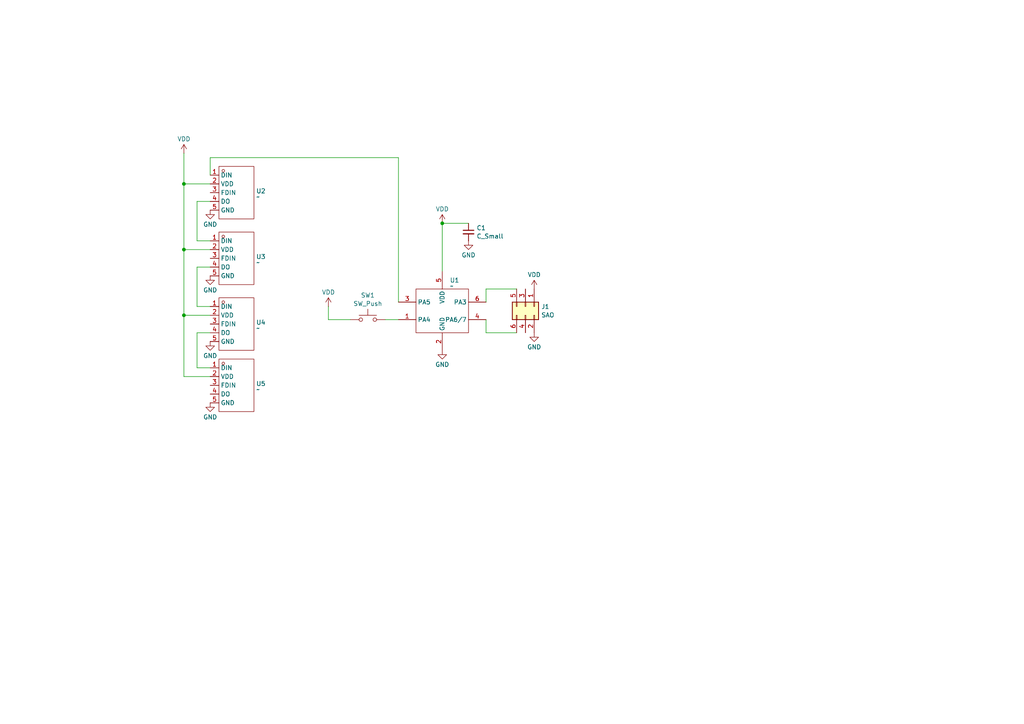
<source format=kicad_sch>
(kicad_sch (version 20250114) (generator "eeschema") (generator_version "9.0")
  (paper "A4")
  (lib_symbols
    (symbol "Connector_Generic:Conn_02x03_Odd_Even" (pin_names (offset 1.016) (hide yes))
      (property "Reference" "J" (at 1.27 5.08 0))
      (property "Value" "Conn_02x03_Odd_Even" (at 1.27 -5.08 0))
      (symbol "Conn_02x03_Odd_Even_1_1"
        (rectangle (start -1.27 3.81) (end 3.81 -3.81) (stroke (width 0.254)) (fill (type background)))
        (rectangle (start -1.27 2.667) (end 0 2.413) (stroke (width 0.1524)))
        (rectangle (start -1.27 0.127) (end 0 -0.127) (stroke (width 0.1524)))
        (rectangle (start -1.27 -2.413) (end 0 -2.667) (stroke (width 0.1524)))
        (rectangle (start 3.81 2.667) (end 2.54 2.413) (stroke (width 0.1524)))
        (rectangle (start 3.81 0.127) (end 2.54 -0.127) (stroke (width 0.1524)))
        (rectangle (start 3.81 -2.413) (end 2.54 -2.667) (stroke (width 0.1524)))
        (pin passive line (at -5.08 2.54 0) (length 3.81) (name "Pin_1") (number "1"))
        (pin passive line (at -5.08 0 0) (length 3.81) (name "Pin_3") (number "3"))
        (pin passive line (at -5.08 -2.54 0) (length 3.81) (name "Pin_5") (number "5"))
        (pin passive line (at 7.62 2.54 180) (length 3.81) (name "Pin_2") (number "2"))
        (pin passive line (at 7.62 0 180) (length 3.81) (name "Pin_4") (number "4"))
        (pin passive line (at 7.62 -2.54 180) (length 3.81) (name "Pin_6") (number "6"))
      )
    )
    (symbol "Device:C_Small" (pin_numbers (hide yes)) (pin_names (offset 0.254) (hide yes))
      (property "Reference" "C" (at 0.254 1.778 0))
      (property "Value" "C_Small" (at 0.254 -2.032 0))
      (symbol "C_Small_0_1"
        (polyline (pts (xy -1.524 0.508) (xy 1.524 0.508)) (stroke (width 0.3048)))
        (polyline (pts (xy -1.524 -0.508) (xy 1.524 -0.508)) (stroke (width 0.3302)))
      )
      (symbol "C_Small_1_1"
        (pin passive line (at 0 2.54 270) (length 2.032) (name "~") (number "1"))
        (pin passive line (at 0 -2.54 90) (length 2.032) (name "~") (number "2"))
      )
    )
    (symbol "LED:TX1813Y5"
      (property "Reference" "U" (at 0 0 0))
      (symbol "TX1813Y5_1_0"
        (rectangle (start -5.08 -7.62) (end 5.08 7.62))
        (circle (center -3.81 6.35) (radius 0.381))
        (pin unspecified line (at -7.62 5.08 0) (length 2.54) (name "DIN") (number "1"))
        (pin unspecified line (at -7.62 2.54 0) (length 2.54) (name "VDD") (number "2"))
        (pin unspecified line (at -7.62 0 0) (length 2.54) (name "FDIN") (number "3"))
        (pin unspecified line (at -7.62 -2.54 0) (length 2.54) (name "DO") (number "4"))
        (pin unspecified line (at -7.62 -5.08 0) (length 2.54) (name "GND") (number "5"))
      )
    )
    (symbol "Switch:SW_Push" (pin_numbers (hide yes)) (pin_names (offset 1.016) (hide yes))
      (property "Reference" "SW" (at 1.27 2.54 0))
      (property "Value" "SW_Push" (at 0 -1.524 0))
      (symbol "SW_Push_0_1"
        (circle (center -2.032 0) (radius 0.508))
        (polyline (pts (xy 0 1.27) (xy 0 3.048)))
        (circle (center 2.032 0) (radius 0.508))
        (polyline (pts (xy 2.54 1.27) (xy -2.54 1.27)))
        (pin passive line (at -5.08 0 0) (length 2.54) (name "1") (number "1"))
        (pin passive line (at 5.08 0 180) (length 2.54) (name "2") (number "2"))
      )
    )
    (symbol "padauk:pms150c-u06"
      (property "Reference" "U1" (at 2.1941 8.8815 0))
      (property "Value" "~" (at 2.1941 7.2001 0))
      (symbol "pms150c-u06_0_1"
        (rectangle (start -7.62 6.35) (end 7.62 -6.35))
      )
      (symbol "pms150c-u06_1_1"
        (pin bidirectional line (at -12.7 2.54 0) (length 5.08) (name "PA5") (number "3"))
        (pin bidirectional line (at -12.7 -2.54 0) (length 5.08) (name "PA4") (number "1"))
        (pin power_in line (at 0 11.43 270) (length 5.08) (name "VDD") (number "5"))
        (pin power_in line (at 0 -11.43 90) (length 5.08) (name "GND") (number "2"))
        (pin bidirectional line (at 12.7 2.54 180) (length 5.08) (name "PA3") (number "6"))
        (pin bidirectional line (at 12.7 -2.54 180) (length 5.08) (name "PA6/7") (number "4"))
      )
    )
    (symbol "power:GND" (power) (pin_numbers (hide yes)) (pin_names (offset 0) (hide yes))
      (property "Value" "GND" (at 0 -3.81 0))
      (symbol "GND_0_1"
        (polyline (pts (xy 0 0) (xy 0 -1.27) (xy 1.27 -1.27) (xy 0 -2.54) (xy -1.27 -1.27) (xy 0 -1.27)))
      )
      (symbol "GND_1_1"
        (pin power_in line (at 0 0 270) (length 0) (name "~") (number "1"))
      )
    )
    (symbol "power:VDD" (power) (pin_numbers (hide yes)) (pin_names (offset 0) (hide yes))
      (property "Value" "VDD" (at 0 3.556 0))
      (symbol "VDD_0_1"
        (polyline (pts (xy -0.762 1.27) (xy 0 2.54)))
        (polyline (pts (xy 0 2.54) (xy 0.762 1.27)))
        (polyline (pts (xy 0 0) (xy 0 2.54)))
      )
      (symbol "VDD_1_1"
        (pin power_in line (at 0 0 90) (length 0) (name "~") (number "1"))
      )
    )
  )
  (junction (at 53.34 91.44))
  (junction (at 53.34 72.39))
  (junction (at 128.27 64.77))
  (junction (at 53.34 53.34))
  (wire (pts (xy 53.34 53.34) (xy 53.34 72.39)))
  (wire (pts (xy 60.96 77.47) (xy 57.15 77.47)))
  (wire (pts (xy 128.27 64.77) (xy 128.27 78.74)))
  (wire (pts (xy 53.34 72.39) (xy 53.34 91.44)))
  (wire (pts (xy 53.34 44.45) (xy 53.34 53.34)))
  (wire (pts (xy 60.96 50.8) (xy 60.96 45.72)))
  (wire (pts (xy 57.15 88.9) (xy 60.96 88.9)))
  (wire (pts (xy 53.34 72.39) (xy 60.96 72.39)))
  (wire (pts (xy 140.97 96.52) (xy 149.86 96.52)))
  (wire (pts (xy 57.15 106.68) (xy 60.96 106.68)))
  (wire (pts (xy 60.96 45.72) (xy 115.57 45.72)))
  (wire (pts (xy 53.34 53.34) (xy 60.96 53.34)))
  (wire (pts (xy 53.34 109.22) (xy 60.96 109.22)))
  (wire (pts (xy 57.15 96.52) (xy 57.15 106.68)))
  (wire (pts (xy 53.34 91.44) (xy 60.96 91.44)))
  (wire (pts (xy 140.97 92.71) (xy 140.97 96.52)))
  (wire (pts (xy 115.57 45.72) (xy 115.57 87.63)))
  (wire (pts (xy 140.97 87.63) (xy 140.97 83.82)))
  (wire (pts (xy 57.15 58.42) (xy 57.15 69.85)))
  (wire (pts (xy 57.15 77.47) (xy 57.15 88.9)))
  (wire (pts (xy 60.96 58.42) (xy 57.15 58.42)))
  (wire (pts (xy 57.15 69.85) (xy 60.96 69.85)))
  (wire (pts (xy 140.97 83.82) (xy 149.86 83.82)))
  (wire (pts (xy 95.25 88.9) (xy 95.25 92.71)))
  (wire (pts (xy 60.96 96.52) (xy 57.15 96.52)))
  (wire (pts (xy 128.27 64.77) (xy 135.89 64.77)))
  (wire (pts (xy 111.76 92.71) (xy 115.57 92.71)))
  (wire (pts (xy 53.34 91.44) (xy 53.34 109.22)))
  (wire (pts (xy 95.25 92.71) (xy 101.6 92.71)))
  (symbol (lib_id "power:VDD") (at 154.94 83.82 0) (unit 1)
    (property "Reference" "#PWR01" (effects (hide yes)))
    (property "Value" "VDD" (at 154.94 79.6869 0))
    (property "Description" "Power symbol creates a global label with name \"VDD\"" (effects (hide yes)))
  )
  (symbol (lib_id "LED:TX1813Y5") (at 68.58 111.76 0) (unit 1)
    (property "Reference" "U5" (at 74.295 111.2908 0) (effects (justify left)))
    (property "Value" "~" (at 74.295 112.9722 0) (effects (justify left)))
    (property "Footprint" "LED_SMD:LED-SMD_5P-L3.2-W1.4_TX1813Y5" (effects (hide yes)))
    (property "Datasheet" "https://atta.szlcsc.com/upload/public/pdf/source/20230731/B199AA1137F26A0A13CD7CFD3D9A3FBA.pdf" (effects (hide yes)))
    (property "Manufacturer Part" "TX1813Y5" (effects (hide yes)))
    (property "Manufacturer" "TCWIN(天成)" (effects (hide yes)))
    (property "Supplier Part" "C3975084" (effects (hide yes)))
    (property "Supplier" "LCSC" (effects (hide yes)))
    (property "LCSC Part Name" "TX1813Y5" (effects (hide yes)))
  )
  (symbol (lib_id "power:GND") (at 60.96 80.01 0) (unit 1)
    (property "Reference" "#PWR09" (effects (hide yes)))
    (property "Value" "GND" (at 60.96 84.1431 0))
    (property "Description" "Power symbol creates a global label with name \"GND\" , ground" (effects (hide yes)))
  )
  (symbol (lib_id "power:GND") (at 128.27 101.6 0) (unit 1)
    (property "Reference" "#PWR07" (effects (hide yes)))
    (property "Value" "GND" (at 128.27 105.7331 0))
    (property "Description" "Power symbol creates a global label with name \"GND\" , ground" (effects (hide yes)))
  )
  (symbol (lib_id "LED:TX1813Y5") (at 68.58 55.88 0) (unit 1)
    (property "Reference" "U2" (at 74.295 55.4108 0) (effects (justify left)))
    (property "Value" "~" (at 74.295 57.0922 0) (effects (justify left)))
    (property "Footprint" "LED_SMD:LED-SMD_5P-L3.2-W1.4_TX1813Y5" (effects (hide yes)))
    (property "Datasheet" "https://atta.szlcsc.com/upload/public/pdf/source/20230731/B199AA1137F26A0A13CD7CFD3D9A3FBA.pdf" (effects (hide yes)))
    (property "Manufacturer Part" "TX1813Y5" (effects (hide yes)))
    (property "Manufacturer" "TCWIN(天成)" (effects (hide yes)))
    (property "Supplier Part" "C3975084" (effects (hide yes)))
    (property "Supplier" "LCSC" (effects (hide yes)))
    (property "LCSC Part Name" "TX1813Y5" (effects (hide yes)))
  )
  (symbol (lib_id "Device:C_Small") (at 135.89 67.31 0) (unit 1)
    (property "Reference" "C1" (at 138.2141 66.1041 0) (effects (justify left)))
    (property "Value" "C_Small" (at 138.2141 68.5284 0) (effects (justify left)))
    (property "Footprint" "Capacitor_SMD:C_0603_1608Metric" (effects (hide yes)))
    (property "Description" "Unpolarized capacitor, small symbol" (effects (hide yes)))
  )
  (symbol (lib_id "LED:TX1813Y5") (at 68.58 93.98 0) (unit 1)
    (property "Reference" "U4" (at 74.295 93.5108 0) (effects (justify left)))
    (property "Value" "~" (at 74.295 95.1922 0) (effects (justify left)))
    (property "Footprint" "LED_SMD:LED-SMD_5P-L3.2-W1.4_TX1813Y5" (effects (hide yes)))
    (property "Datasheet" "https://atta.szlcsc.com/upload/public/pdf/source/20230731/B199AA1137F26A0A13CD7CFD3D9A3FBA.pdf" (effects (hide yes)))
    (property "Manufacturer Part" "TX1813Y5" (effects (hide yes)))
    (property "Manufacturer" "TCWIN(天成)" (effects (hide yes)))
    (property "Supplier Part" "C3975084" (effects (hide yes)))
    (property "Supplier" "LCSC" (effects (hide yes)))
    (property "LCSC Part Name" "TX1813Y5" (effects (hide yes)))
  )
  (symbol (lib_id "power:GND") (at 60.96 99.06 0) (unit 1)
    (property "Reference" "#PWR08" (effects (hide yes)))
    (property "Value" "GND" (at 60.96 103.1931 0))
    (property "Description" "Power symbol creates a global label with name \"GND\" , ground" (effects (hide yes)))
  )
  (symbol (lib_id "LED:TX1813Y5") (at 68.58 74.93 0) (unit 1)
    (property "Reference" "U3" (at 74.295 74.4608 0) (effects (justify left)))
    (property "Value" "~" (at 74.295 76.1422 0) (effects (justify left)))
    (property "Footprint" "LED_SMD:LED-SMD_5P-L3.2-W1.4_TX1813Y5" (effects (hide yes)))
    (property "Datasheet" "https://atta.szlcsc.com/upload/public/pdf/source/20230731/B199AA1137F26A0A13CD7CFD3D9A3FBA.pdf" (effects (hide yes)))
    (property "Manufacturer Part" "TX1813Y5" (effects (hide yes)))
    (property "Manufacturer" "TCWIN(天成)" (effects (hide yes)))
    (property "Supplier Part" "C3975084" (effects (hide yes)))
    (property "Supplier" "LCSC" (effects (hide yes)))
    (property "LCSC Part Name" "TX1813Y5" (effects (hide yes)))
  )
  (symbol (lib_id "power:VDD") (at 53.34 44.45 0) (unit 1)
    (property "Reference" "#PWR05" (effects (hide yes)))
    (property "Value" "VDD" (at 53.34 40.3169 0))
    (property "Description" "Power symbol creates a global label with name \"VDD\"" (effects (hide yes)))
  )
  (symbol (lib_id "power:VDD") (at 128.27 64.77 0) (unit 1)
    (property "Reference" "#PWR02" (effects (hide yes)))
    (property "Value" "VDD" (at 128.27 60.6369 0))
    (property "Description" "Power symbol creates a global label with name \"VDD\"" (effects (hide yes)))
  )
  (symbol (lib_id "Switch:SW_Push") (at 106.68 92.71 0) (unit 1)
    (property "Reference" "SW1" (at 106.68 85.6445 0))
    (property "Value" "SW_Push" (at 106.68 88.0688 0))
    (property "Footprint" "Button_Switch_SMD:SW-SMD_GT-TC050C-H050-L1" (effects (hide yes)))
    (property "Description" "C5446831" (effects (hide yes)))
  )
  (symbol (lib_id "power:GND") (at 135.89 69.85 0) (unit 1)
    (property "Reference" "#PWR03" (effects (hide yes)))
    (property "Value" "GND" (at 135.89 73.9831 0))
    (property "Description" "Power symbol creates a global label with name \"GND\" , ground" (effects (hide yes)))
  )
  (symbol (lib_id "power:VDD") (at 95.25 88.9 0) (unit 1)
    (property "Reference" "#PWR011" (effects (hide yes)))
    (property "Value" "VDD" (at 95.25 84.7669 0))
    (property "Description" "Power symbol creates a global label with name \"VDD\"" (effects (hide yes)))
  )
  (symbol (lib_id "Connector_Generic:Conn_02x03_Odd_Even") (at 152.4 88.9 270) (unit 1)
    (property "Reference" "J1" (at 156.972 88.9578 90) (effects (justify left)))
    (property "Value" "SAO" (at 156.972 91.3821 90) (effects (justify left)))
    (property "Footprint" "Connector_PinHeader_2.54mm:PinHeader_2x03_P2.54mm_Vertical" (effects (hide yes)))
    (property "Description" "Generic connector, double row, 02x03, odd/even pin numbering scheme (row 1 odd numbers, row 2 even numbers), script generated (kicad-library-utils/schlib/autogen/connector/)" (effects (hide yes)))
  )
  (symbol (lib_id "power:GND") (at 60.96 116.84 0) (unit 1)
    (property "Reference" "#PWR06" (effects (hide yes)))
    (property "Value" "GND" (at 60.96 120.9731 0))
    (property "Description" "Power symbol creates a global label with name \"GND\" , ground" (effects (hide yes)))
  )
  (symbol (lib_id "power:GND") (at 154.94 96.52 0) (unit 1)
    (property "Reference" "#PWR04" (effects (hide yes)))
    (property "Value" "GND" (at 154.94 100.6531 0))
    (property "Description" "Power symbol creates a global label with name \"GND\" , ground" (effects (hide yes)))
  )
  (symbol (lib_id "power:GND") (at 60.96 60.96 0) (unit 1)
    (property "Reference" "#PWR010" (effects (hide yes)))
    (property "Value" "GND" (at 60.96 65.0931 0))
    (property "Description" "Power symbol creates a global label with name \"GND\" , ground" (effects (hide yes)))
  )
  (symbol (lib_id "padauk:pms150c-u06") (at 128.27 90.17 0) (unit 1)
    (property "Reference" "U1" (at 130.4641 81.2885 0) (effects (justify left)))
    (property "Value" "~" (at 130.4641 82.9699 0) (effects (justify left)))
    (property "Footprint" "Package_TO_SOT_SMD:SOT-23-6" (effects (hide yes)))
  )
)
</source>
